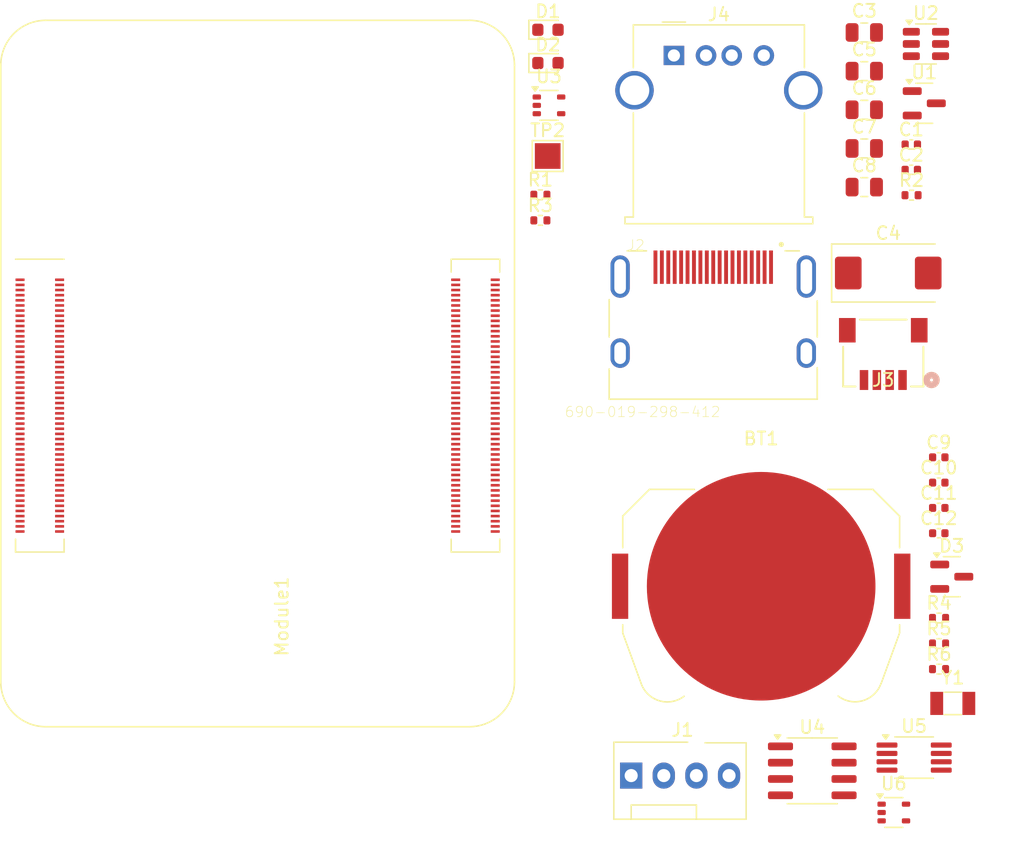
<source format=kicad_pcb>
(kicad_pcb (version 20240108) (generator "pcbnew") (generator_version "8.0")
  (layers (0 "F.Cu" signal) (31 "B.Cu" signal) (34 "B.Paste" user) (35 "F.Paste" user) (36 "B.SilkS" user "B.Silkscreen") (37 "F.SilkS" user "F.Silkscreen") (38 "B.Mask" user) (39 "F.Mask" user) (44 "Edge.Cuts" user))
  (net 0 "")
  (net 1 "GND")
  (net 2 "Net-(BT1-+)")
  (net 3 "/+5V")
  (net 4 "/Connectors/HDMI_5v")
  (net 5 "/Connectors/VBUS")
  (net 6 "Net-(U4-VDD)")
  (net 7 "/+3.3V")
  (net 8 "/RTC/nRTC_INT")
  (net 9 "Net-(C12-Pad1)")
  (net 10 "Net-(D1-K)")
  (net 11 "Net-(D2-K)")
  (net 12 "Net-(J1-Pin_3)")
  (net 13 "Net-(J1-Pin_4)")
  (net 15 "/CM4 Module/HDMI0_SDA")
  (net 16 "/CM4 Module/HDMI0_D0_P")
  (net 17 "/CM4 Module/HDMI0_CEC")
  (net 18 "/CM4 Module/HDMI0_D2_P")
  (net 19 "/CM4 Module/HDMI0_SCL")
  (net 20 "/CM4 Module/HDMI0_HOTPLUG")
  (net 21 "/CM4 Module/HDMI0_D1_N")
  (net 22 "/CM4 Module/HDMI0_D1_P")
  (net 23 "/CM4 Module/HDMI0_D2_N")
  (net 24 "/CM4 Module/HDMI0_CK_P")
  (net 25 "/CM4 Module/HDMI0_CK_N")
  (net 26 "/CM4 Module/HDMI0_D0_N")
  (net 27 "/CM4 Module/SDA1")
  (net 28 "/CM4 Module/SDC1")
  (net 29 "/CM4 Module/USB2_N")
  (net 30 "/CM4 Module/USB2_P")
  (net 90 "/RTC/SDA")
  (net 124 "Net-(Module1A-PI_nLED_Activity)")
  (net 144 "/RTC/GLOBAL_EN")
  (net 149 "/CM4 Module/nPWR_LED")
  (net 153 "/RTC/SCL")
  (net 154 "Net-(U2-ILIM)")
  (net 155 "Net-(R3-Pad2)")
  (net 157 "Net-(U4-OSCO)")
  (net 159 "Net-(U4-OSCI)")
  (footprint "Capacitor_SMD:C_0805_2012Metric" (layer "F.Cu") (at 161.0075 45.565)
    (property "Reference" "C3" (at 0 -1.68 0) (layer "F.SilkS"))
    (property "Value" "10u")
    (pad "1" smd roundrect (at -0.95 0) (size 1 1.45) (layers "F.Cu" "F.Paste" "F.Mask") (net 3 "/+5V"))
    (pad "2" smd roundrect (at 0.95 0) (size 1 1.45) (layers "F.Cu" "F.Paste" "F.Mask") (net 1 "GND"))
  )
  (footprint "Package_TO_SOT_SMD:SOT-23-6" (layer "F.Cu") (at 165.8075 46.46)
    (property "Reference" "U2" (at 0 -2.4 0) (layer "F.SilkS"))
    (property "Value" "AP22653W6")
    (pad "1" smd roundrect (at -1.1375 -0.95) (size 1.325 0.6) (layers "F.Cu" "F.Paste" "F.Mask") (net 3 "/+5V"))
    (pad "2" smd roundrect (at -1.1375 0) (size 1.325 0.6) (layers "F.Cu" "F.Paste" "F.Mask") (net 1 "GND"))
    (pad "3" smd roundrect (at -1.1375 0.95) (size 1.325 0.6) (layers "F.Cu" "F.Paste" "F.Mask") (net 7 "/+3.3V"))
    (pad "4" smd roundrect (at 1.1375 0.95) (size 1.325 0.6) (layers "F.Cu" "F.Paste" "F.Mask"))
    (pad "5" smd roundrect (at 1.1375 0) (size 1.325 0.6) (layers "F.Cu" "F.Paste" "F.Mask") (net 154 "Net-(U2-ILIM)"))
    (pad "6" smd roundrect (at 1.1375 -0.95) (size 1.325 0.6) (layers "F.Cu" "F.Paste" "F.Mask") (net 5 "/Connectors/VBUS"))
  )
  (footprint "Capacitor_Tantalum_SMD:CP_EIA-7343-31_Kemet-D" (layer "F.Cu") (at 162.8725 64.295)
    (property "Reference" "C4" (at 0 -3.1 0) (layer "F.SilkS"))
    (property "Value" "100uF")
    (pad "1" smd roundrect (at -3.1125 0) (size 2.075 2.55) (layers "F.Cu" "F.Paste" "F.Mask") (roundrect_rratio 0.120482) (net 5 "/Connectors/VBUS"))
    (pad "2" smd roundrect (at 3.1125 0) (size 2.075 2.55) (layers "F.Cu" "F.Paste" "F.Mask") (roundrect_rratio 0.120482) (net 1 "GND"))
  )
  (footprint "Resistor_SMD:R_0402_1005Metric" (layer "F.Cu") (at 166.8275 95.135)
    (property "Reference" "R6" (at 0 -1.17 0) (layer "F.SilkS"))
    (property "Value" "510K 1%")
    (pad "1" smd roundrect (at -0.51 0) (size 0.54 0.64) (layers "F.Cu" "F.Paste" "F.Mask") (net 9 "Net-(C12-Pad1)"))
    (pad "2" smd roundrect (at 0.51 0) (size 0.54 0.64) (layers "F.Cu" "F.Paste" "F.Mask") (net 3 "/+5V"))
  )
  (footprint "QT_PY:CONN_SM04B-SRSS-TB_JST" (layer "F.Cu") (at 162.4852 70.5267)
    (property "Reference" "J3" (at 0 2.0985 0) (layer "F.SilkS"))
    (property "Value" "SM04B-SRSS-TB")
    (pad "1" smd rect (at 1.5 2.0985) (size 0.6604 1.5494) (layers "F.Cu" "F.Paste" "F.Mask") (net 1 "GND"))
    (pad "2" smd rect (at 0.499999 2.0985) (size 0.6604 1.5494) (layers "F.Cu" "F.Paste" "F.Mask") (net 7 "/+3.3V"))
    (pad "3" smd rect (at -0.499999 2.0985) (size 0.6604 1.5494) (layers "F.Cu" "F.Paste" "F.Mask") (net 27 "/CM4 Module/SDA1"))
    (pad "4" smd rect (at -1.5 2.0985) (size 0.6604 1.5494) (layers "F.Cu" "F.Paste" "F.Mask") (net 28 "/CM4 Module/SDC1"))
    (pad "5" smd rect (at -2.799999 -1.776501 90) (size 1.905 1.2954) (layers "F.Cu" "F.Paste" "F.Mask"))
    (pad "6" smd rect (at 2.799999 -1.776501 90) (size 1.905 1.2954) (layers "F.Cu" "F.Paste" "F.Mask"))
  )
  (footprint "Package_SO:SOIC-8_3.9x4.9mm_P1.27mm" (layer "F.Cu") (at 156.9575 103.055)
    (property "Reference" "U4" (at 0 -3.4 0) (layer "F.SilkS"))
    (property "Value" "PCF85063AT/AAZ")
    (pad "1" smd roundrect (at -2.475 -1.905) (size 1.95 0.6) (layers "F.Cu" "F.Paste" "F.Mask") (net 159 "Net-(U4-OSCI)"))
    (pad "2" smd roundrect (at -2.475 -0.635) (size 1.95 0.6) (layers "F.Cu" "F.Paste" "F.Mask") (net 157 "Net-(U4-OSCO)"))
    (pad "3" smd roundrect (at -2.475 0.635) (size 1.95 0.6) (layers "F.Cu" "F.Paste" "F.Mask") (net 8 "/RTC/nRTC_INT"))
    (pad "4" smd roundrect (at -2.475 1.905) (size 1.95 0.6) (layers "F.Cu" "F.Paste" "F.Mask") (net 1 "GND"))
    (pad "5" smd roundrect (at 2.475 1.905) (size 1.95 0.6) (layers "F.Cu" "F.Paste" "F.Mask") (net 90 "/RTC/SDA"))
    (pad "6" smd roundrect (at 2.475 0.635) (size 1.95 0.6) (layers "F.Cu" "F.Paste" "F.Mask") (net 153 "/RTC/SCL"))
    (pad "7" smd roundrect (at 2.475 -0.635) (size 1.95 0.6) (layers "F.Cu" "F.Paste" "F.Mask"))
    (pad "8" smd roundrect (at 2.475 -1.905) (size 1.95 0.6) (layers "F.Cu" "F.Paste" "F.Mask") (net 6 "Net-(U4-VDD)"))
  )
  (footprint "Capacitor_SMD:C_0402_1005Metric" (layer "F.Cu") (at 166.8075 82.585)
    (property "Reference" "C11" (at 0 -1.16 0) (layer "F.SilkS"))
    (property "Value" "100n")
    (pad "1" smd roundrect (at -0.48 0) (size 0.56 0.62) (layers "F.Cu" "F.Paste" "F.Mask") (net 3 "/+5V"))
    (pad "2" smd roundrect (at 0.48 0) (size 0.56 0.62) (layers "F.Cu" "F.Paste" "F.Mask") (net 1 "GND"))
  )
  (footprint "LED_SMD:LED_0603_1608Metric" (layer "F.Cu") (at 136.3775 45.355)
    (property "Reference" "D1" (at 0 -1.43 0) (layer "F.SilkS"))
    (property "Value" "LED Green")
    (pad "1" smd roundrect (at -0.7875 0) (size 0.875 0.95) (layers "F.Cu" "F.Paste" "F.Mask") (net 10 "Net-(D1-K)"))
    (pad "2" smd roundrect (at 0.7875 0) (size 0.875 0.95) (layers "F.Cu" "F.Paste" "F.Mask") (net 7 "/+3.3V"))
  )
  (footprint "Capacitor_SMD:C_0402_1005Metric" (layer "F.Cu") (at 164.6675 56.255)
    (property "Reference" "C2" (at 0 -1.16 0) (layer "F.SilkS"))
    (property "Value" "100n")
    (pad "1" smd roundrect (at -0.48 0) (size 0.56 0.62) (layers "F.Cu" "F.Paste" "F.Mask") (net 4 "/Connectors/HDMI_5v"))
    (pad "2" smd roundrect (at 0.48 0) (size 0.56 0.62) (layers "F.Cu" "F.Paste" "F.Mask") (net 1 "GND"))
  )
  (footprint "Capacitor_SMD:C_0402_1005Metric" (layer "F.Cu") (at 166.8075 84.555)
    (property "Reference" "C12" (at 0 -1.16 0) (layer "F.SilkS"))
    (property "Value" "100n")
    (pad "1" smd roundrect (at -0.48 0) (size 0.56 0.62) (layers "F.Cu" "F.Paste" "F.Mask") (net 9 "Net-(C12-Pad1)"))
    (pad "2" smd roundrect (at 0.48 0) (size 0.56 0.62) (layers "F.Cu" "F.Paste" "F.Mask") (net 8 "/RTC/nRTC_INT"))
  )
  (footprint "Resistor_SMD:R_0402_1005Metric" (layer "F.Cu") (at 135.7875 60.195)
    (property "Reference" "R3" (at 0 -1.17 0) (layer "F.SilkS"))
    (property "Value" "1k")
    (pad "1" smd roundrect (at -0.51 0) (size 0.54 0.64) (layers "F.Cu" "F.Paste" "F.Mask") (net 11 "Net-(D2-K)"))
    (pad "2" smd roundrect (at 0.51 0) (size 0.54 0.64) (layers "F.Cu" "F.Paste" "F.Mask") (net 155 "Net-(R3-Pad2)"))
  )
  (footprint "Package_TO_SOT_SMD:SOT-23" (layer "F.Cu") (at 165.6775 51.08)
    (property "Reference" "U1" (at 0 -2.4 0) (layer "F.SilkS"))
    (property "Value" "RT9742SNGV")
    (pad "1" smd roundrect (at -0.9375 -0.95) (size 1.475 0.6) (layers "F.Cu" "F.Paste" "F.Mask") (net 3 "/+5V"))
    (pad "2" smd roundrect (at -0.9375 0.95) (size 1.475 0.6) (layers "F.Cu" "F.Paste" "F.Mask") (net 4 "/Connectors/HDMI_5v"))
    (pad "3" smd roundrect (at 0.9375 0) (size 1.475 0.6) (layers "F.Cu" "F.Paste" "F.Mask") (net 1 "GND"))
  )
  (footprint "CM4IO:EDAC 690-019-298-412" (layer "F.Cu") (at 149.246 64.57)
    (property "Reference" "J2" (at -6.01142 -2.43939 0) (layer "F.SilkS") (effects (font (size 0.800457 0.800457) (thickness 0.05))))
    (property "Value" "690-019-298-412" (at -5.49916 10.5396 0) (layer "F.SilkS") (effects (font (size 0.801339 0.801339) (thickness 0.05))))
    (pad "1" smd rect (at 4.5 -0.73 90) (size 2.6 0.3) (layers "F.Cu" "F.Paste" "F.Mask") (net 18 "/CM4 Module/HDMI0_D2_P"))
    (pad "2" smd rect (at 4 -0.73 90) (size 2.6 0.3) (layers "F.Cu" "F.Paste" "F.Mask") (net 1 "GND"))
    (pad "3" smd rect (at 3.5 -0.73 90) (size 2.6 0.3) (layers "F.Cu" "F.Paste" "F.Mask") (net 23 "/CM4 Module/HDMI0_D2_N"))
    (pad "4" smd rect (at 3 -0.73 90) (size 2.6 0.3) (layers "F.Cu" "F.Paste" "F.Mask") (net 22 "/CM4 Module/HDMI0_D1_P"))
    (pad "5" smd rect (at 2.5 -0.73 90) (size 2.6 0.3) (layers "F.Cu" "F.Paste" "F.Mask") (net 1 "GND"))
    (pad "6" smd rect (at 2 -0.73 90) (size 2.6 0.3) (layers "F.Cu" "F.Paste" "F.Mask") (net 21 "/CM4 Module/HDMI0_D1_N"))
    (pad "7" smd rect (at 1.5 -0.73 90) (size 2.6 0.3) (layers "F.Cu" "F.Paste" "F.Mask") (net 16 "/CM4 Module/HDMI0_D0_P"))
    (pad "8" smd rect (at 1 -0.73 90) (size 2.6 0.3) (layers "F.Cu" "F.Paste" "F.Mask") (net 1 "GND"))
    (pad "9" smd rect (at 0.5 -0.73 90) (size 2.6 0.3) (layers "F.Cu" "F.Paste" "F.Mask") (net 26 "/CM4 Module/HDMI0_D0_N"))
    (pad "10" smd rect (at 0 -0.73 90) (size 2.6 0.3) (layers "F.Cu" "F.Paste" "F.Mask") (net 24 "/CM4 Module/HDMI0_CK_P"))
    (pad "11" smd rect (at -0.5 -0.73 90) (size 2.6 0.3) (layers "F.Cu" "F.Paste" "F.Mask") (net 1 "GND"))
    (pad "12" smd rect (at -1 -0.73 90) (size 2.6 0.3) (layers "F.Cu" "F.Paste" "F.Mask") (net 25 "/CM4 Module/HDMI0_CK_N"))
    (pad "13" smd rect (at -1.5 -0.73 90) (size 2.6 0.3) (layers "F.Cu" "F.Paste" "F.Mask") (net 17 "/CM4 Module/HDMI0_CEC"))
    (pad "14" smd rect (at -2 -0.73 90) (size 2.6 0.3) (layers "F.Cu" "F.Paste" "F.Mask"))
    (pad "15" smd rect (at -2.5 -0.73 90) (size 2.6 0.3) (layers "F.Cu" "F.Paste" "F.Mask") (net 19 "/CM4 Module/HDMI0_SCL"))
    (pad "16" smd rect (at -3 -0.73 90) (size 2.6 0.3) (layers "F.Cu" "F.Paste" "F.Mask") (net 15 "/CM4 Module/HDMI0_SDA"))
    (pad "17" smd rect (at -3.5 -0.73 90) (size 2.6 0.3) (layers "F.Cu" "F.Paste" "F.Mask") (net 1 "GND"))
    (pad "18" smd rect (at -4 -0.73 90) (size 2.6 0.3) (layers "F.Cu" "F.Paste" "F.Mask") (net 4 "/Connectors/HDMI_5v"))
    (pad "19" smd rect (at -4.5 -0.73 90) (size 2.6 0.3) (layers "F.Cu" "F.Paste" "F.Mask") (net 20 "/CM4 Module/HDMI0_HOTPLUG"))
    (pad "SH1" thru_hole oval (at 7.25 0) (size 1.5 3.3) (drill oval 0.9 2.7) (layers "*.Cu" "*.Mask") (net 1 "GND"))
    (pad "SH2" thru_hole oval (at -7.25 0) (size 1.5 3.3) (drill oval 0.9 2.7) (layers "*.Cu" "*.Mask") (net 1 "GND"))
    (pad "SH3" thru_hole oval (at -7.25 5.96) (size 1.5 2.3) (drill oval 0.9 1.7) (layers "*.Cu" "*.Mask") (net 1 "GND"))
    (pad "SH4" thru_hole oval (at 7.25 5.96) (size 1.5 2.3) (drill oval 0.9 1.7) (layers "*.Cu" "*.Mask") (net 1 "GND"))
  )
  (footprint "Resistor_SMD:R_0402_1005Metric" (layer "F.Cu") (at 166.8275 91.155)
    (property "Reference" "R4" (at 0 -1.17 0) (layer "F.SilkS"))
    (property "Value" "36K 1%")
    (pad "1" smd roundrect (at -0.51 0) (size 0.54 0.64) (layers "F.Cu" "F.Paste" "F.Mask") (net 12 "Net-(J1-Pin_3)"))
    (pad "2" smd roundrect (at 0.51 0) (size 0.54 0.64) (layers "F.Cu" "F.Paste" "F.Mask") (net 7 "/+3.3V"))
  )
  (footprint "Capacitor_SMD:C_0805_2012Metric" (layer "F.Cu") (at 161.0075 48.575)
    (property "Reference" "C5" (at 0 -1.68 0) (layer "F.SilkS"))
    (property "Value" "10u")
    (pad "1" smd roundrect (at -0.95 0) (size 1 1.45) (layers "F.Cu" "F.Paste" "F.Mask") (net 5 "/Connectors/VBUS"))
    (pad "2" smd roundrect (at 0.95 0) (size 1 1.45) (layers "F.Cu" "F.Paste" "F.Mask") (net 1 "GND"))
  )
  (footprint "Package_SO:MSOP-8_3x3mm_P0.65mm" (layer "F.Cu") (at 164.8875 102.025)
    (property "Reference" "U5" (at 0 -2.45 0) (layer "F.SilkS"))
    (property "Value" "EMC2301-1-ACZL-TR")
    (pad "1" smd roundrect (at -2.1125 -0.975) (size 1.625 0.4) (layers "F.Cu" "F.Paste" "F.Mask") (net 90 "/RTC/SDA"))
    (pad "2" smd roundrect (at -2.1125 -0.325) (size 1.625 0.4) (layers "F.Cu" "F.Paste" "F.Mask") (net 153 "/RTC/SCL"))
    (pad "3" smd roundrect (at -2.1125 0.325) (size 1.625 0.4) (layers "F.Cu" "F.Paste" "F.Mask") (net 7 "/+3.3V"))
    (pad "4" smd roundrect (at -2.1125 0.975) (size 1.625 0.4) (layers "F.Cu" "F.Paste" "F.Mask") (net 1 "GND"))
    (pad "5" smd roundrect (at 2.1125 0.975) (size 1.625 0.4) (layers "F.Cu" "F.Paste" "F.Mask") (net 13 "Net-(J1-Pin_4)"))
    (pad "6" smd roundrect (at 2.1125 0.325) (size 1.625 0.4) (layers "F.Cu" "F.Paste" "F.Mask") (net 12 "Net-(J1-Pin_3)"))
    (pad "7" smd roundrect (at 2.1125 -0.325) (size 1.625 0.4) (layers "F.Cu" "F.Paste" "F.Mask"))
    (pad "8" smd roundrect (at 2.1125 -0.975) (size 1.625 0.4) (layers "F.Cu" "F.Paste" "F.Mask"))
  )
  (footprint "Resistor_SMD:R_0402_1005Metric" (layer "F.Cu") (at 135.7875 58.205)
    (property "Reference" "R1" (at 0 -1.17 0) (layer "F.SilkS"))
    (property "Value" "1k")
    (pad "1" smd roundrect (at -0.51 0) (size 0.54 0.64) (layers "F.Cu" "F.Paste" "F.Mask") (net 10 "Net-(D1-K)"))
    (pad "2" smd roundrect (at 0.51 0) (size 0.54 0.64) (layers "F.Cu" "F.Paste" "F.Mask") (net 124 "Net-(Module1A-PI_nLED_Activity)"))
  )
  (footprint "Resistor_SMD:R_0402_1005Metric" (layer "F.Cu") (at 166.8275 93.145)
    (property "Reference" "R5" (at 0 -1.17 0) (layer "F.SilkS"))
    (property "Value" "510K 1%")
    (pad "1" smd roundrect (at -0.51 0) (size 0.54 0.64) (layers "F.Cu" "F.Paste" "F.Mask") (net 8 "/RTC/nRTC_INT"))
    (pad "2" smd roundrect (at 0.51 0) (size 0.54 0.64) (layers "F.Cu" "F.Paste" "F.Mask") (net 3 "/+5V"))
  )
  (footprint "TestPoint:TestPoint_Pad_2.0x2.0mm" (layer "F.Cu") (at 136.3575 55.185)
    (property "Reference" "TP2" (at 0 -1.998 0) (layer "F.SilkS"))
    (property "Value" "TestPoint")
    (pad "1" smd rect (at 0 0) (size 2 2) (layers "F.Cu" "F.Mask") (net 11 "Net-(D2-K)"))
  )
  (footprint "CM4IO:Raspberry-Pi-4-Compute-Module" (layer "F.Cu") (at 97.2725 96.12)
    (property "Reference" "Module1" (at 18.38 -5.08 -90) (layer "F.SilkS"))
    (property "Value" "ComputeModule4")
    (pad "" np_thru_hole circle (at 0 -48) (size 2.7 2.7) (drill 2.7) (layers "*.Cu" "*.Mask") (clearance 1.7))
    (pad "" np_thru_hole circle (at 0 0) (size 2.7 2.7) (drill 2.7) (layers "*.Cu" "*.Mask") (clearance 1.7))
    (pad "" np_thru_hole circle (at 33 -48) (size 2.7 2.7) (drill 2.7) (layers "*.Cu" "*.Mask") (clearance 1.7))
    (pad "" np_thru_hole circle (at 33 0) (size 2.7 2.7) (drill 2.7) (layers "*.Cu" "*.Mask") (clearance 1.7))
    (pad "1" smd rect (at -2 -31.3 270) (size 0.2 0.7) (layers "F.Cu" "F.Paste" "F.Mask") (net 1 "GND"))
    (pad "2" smd rect (at 1.08 -31.3 270) (size 0.2 0.7) (layers "F.Cu" "F.Paste" "F.Mask") (net 1 "GND"))
    (pad "3" smd rect (at -2 -30.9 270) (size 0.2 0.7) (layers "F.Cu" "F.Paste" "F.Mask"))
    (pad "4" smd rect (at 1.08 -30.9 270) (size 0.2 0.7) (layers "F.Cu" "F.Paste" "F.Mask"))
    (pad "5" smd rect (at -2 -30.5 270) (size 0.2 0.7) (layers "F.Cu" "F.Paste" "F.Mask"))
    (pad "6" smd rect (at 1.08 -30.5 270) (size 0.2 0.7) (layers "F.Cu" "F.Paste" "F.Mask"))
    (pad "7" smd rect (at -2 -30.1 270) (size 0.2 0.7) (layers "F.Cu" "F.Paste" "F.Mask") (net 1 "GND"))
    (pad "8" smd rect (at 1.08 -30.1 270) (size 0.2 0.7) (layers "F.Cu" "F.Paste" "F.Mask") (net 1 "GND"))
    (pad "9" smd rect (at -2 -29.7 270) (size 0.2 0.7) (layers "F.Cu" "F.Paste" "F.Mask"))
    (pad "10" smd rect (at 1.08 -29.7 270) (size 0.2 0.7) (layers "F.Cu" "F.Paste" "F.Mask"))
    (pad "11" smd rect (at -2 -29.3 270) (size 0.2 0.7) (layers "F.Cu" "F.Paste" "F.Mask"))
    (pad "12" smd rect (at 1.08 -29.3 270) (size 0.2 0.7) (layers "F.Cu" "F.Paste" "F.Mask"))
    (pad "13" smd rect (at -2 -28.9 270) (size 0.2 0.7) (layers "F.Cu" "F.Paste" "F.Mask") (net 1 "GND"))
    (pad "14" smd rect (at 1.08 -28.9 270) (size 0.2 0.7) (layers "F.Cu" "F.Paste" "F.Mask") (net 1 "GND"))
    (pad "15" smd rect (at -2 -28.5 270) (size 0.2 0.7) (layers "F.Cu" "F.Paste" "F.Mask"))
    (pad "16" smd rect (at 1.08 -28.5 270) (size 0.2 0.7) (layers "F.Cu" "F.Paste" "F.Mask"))
    (pad "17" smd rect (at -2 -28.1 270) (size 0.2 0.7) (layers "F.Cu" "F.Paste" "F.Mask"))
    (pad "18" smd rect (at 1.08 -28.1 270) (size 0.2 0.7) (layers "F.Cu" "F.Paste" "F.Mask"))
    (pad "19" smd rect (at -2 -27.7 270) (size 0.2 0.7) (layers "F.Cu" "F.Paste" "F.Mask"))
    (pad "20" smd rect (at 1.08 -27.7 270) (size 0.2 0.7) (layers "F.Cu" "F.Paste" "F.Mask"))
    (pad "21" smd rect (at -2 -27.3 270) (size 0.2 0.7) (layers "F.Cu" "F.Paste" "F.Mask") (net 124 "Net-(Module1A-PI_nLED_Activity)"))
    (pad "22" smd rect (at 1.08 -27.3 270) (size 0.2 0.7) (layers "F.Cu" "F.Paste" "F.Mask") (net 1 "GND"))
    (pad "23" smd rect (at -2 -26.9 270) (size 0.2 0.7) (layers "F.Cu" "F.Paste" "F.Mask") (net 1 "GND"))
    (pad "24" smd rect (at 1.08 -26.9 270) (size 0.2 0.7) (layers "F.Cu" "F.Paste" "F.Mask"))
    (pad "25" smd rect (at -2 -26.5 270) (size 0.2 0.7) (layers "F.Cu" "F.Paste" "F.Mask"))
    (pad "26" smd rect (at 1.08 -26.5 270) (size 0.2 0.7) (layers "F.Cu" "F.Paste" "F.Mask"))
    (pad "27" smd rect (at -2 -26.1 270) (size 0.2 0.7) (layers "F.Cu" "F.Paste" "F.Mask"))
    (pad "28" smd rect (at 1.08 -26.1 270) (size 0.2 0.7) (layers "F.Cu" "F.Paste" "F.Mask"))
    (pad "29" smd rect (at -2 -25.7 270) (size 0.2 0.7) (layers "F.Cu" "F.Paste" "F.Mask"))
    (pad "30" smd rect (at 1.08 -25.7 270) (size 0.2 0.7) (layers "F.Cu" "F.Paste" "F.Mask"))
    (pad "31" smd rect (at -2 -25.3 270) (size 0.2 0.7) (layers "F.Cu" "F.Paste" "F.Mask"))
    (pad "32" smd rect (at 1.08 -25.3 270) (size 0.2 0.7) (layers "F.Cu" "F.Paste" "F.Mask") (net 1 "GND"))
    (pad "33" smd rect (at -2 -24.9 270) (size 0.2 0.7) (layers "F.Cu" "F.Paste" "F.Mask") (net 1 "GND"))
    (pad "34" smd rect (at 1.08 -24.9 270) (size 0.2 0.7) (layers "F.Cu" "F.Paste" "F.Mask"))
    (pad "35" smd rect (at -2 -24.5 270) (size 0.2 0.7) (layers "F.Cu" "F.Paste" "F.Mask"))
    (pad "36" smd rect (at 1.08 -24.5 270) (size 0.2 0.7) (layers "F.Cu" "F.Paste" "F.Mask"))
    (pad "37" smd rect (at -2 -24.1 270) (size 0.2 0.7) (layers "F.Cu" "F.Paste" "F.Mask"))
    (pad "38" smd rect (at 1.08 -24.1 270) (size 0.2 0.7) (layers "F.Cu" "F.Paste" "F.Mask"))
    (pad "39" smd rect (at -2 -23.7 270) (size 0.2 0.7) (layers "F.Cu" "F.Paste" "F.Mask"))
    (pad "40" smd rect (at 1.08 -23.7 270) (size 0.2 0.7) (layers "F.Cu" "F.Paste" "F.Mask"))
    (pad "41" smd rect (at -2 -23.3 270) (size 0.2 0.7) (layers "F.Cu" "F.Paste" "F.Mask"))
    (pad "42" smd rect (at 1.08 -23.3 270) (size 0.2 0.7) (layers "F.Cu" "F.Paste" "F.Mask") (net 1 "GND"))
    (pad "43" smd rect (at -2 -22.9 270) (size 0.2 0.7) (layers "F.Cu" "F.Paste" "F.Mask") (net 1 "GND"))
    (pad "44" smd rect (at 1.08 -22.9 270) (size 0.2 0.7) (layers "F.Cu" "F.Paste" "F.Mask"))
    (pad "45" smd rect (at -2 -22.5 270) (size 0.2 0.7) (layers "F.Cu" "F.Paste" "F.Mask"))
    (pad "46" smd rect (at 1.08 -22.5 270) (size 0.2 0.7) (layers "F.Cu" "F.Paste" "F.Mask"))
    (pad "47" smd rect (at -2 -22.1 270) (size 0.2 0.7) (layers "F.Cu" "F.Paste" "F.Mask"))
    (pad "48" smd rect (at 1.08 -22.1 270) (size 0.2 0.7) (layers "F.Cu" "F.Paste" "F.Mask"))
    (pad "49" smd rect (at -2 -21.7 270) (size 0.2 0.7) (layers "F.Cu" "F.Paste" "F.Mask"))
    (pad "50" smd rect (at 1.08 -21.7 270) (size 0.2 0.7) (layers "F.Cu" "F.Paste" "F.Mask"))
    (pad "51" smd rect (at -2 -21.3 270) (size 0.2 0.7) (layers "F.Cu" "F.Paste" "F.Mask"))
    (pad "52" smd rect (at 1.08 -21.3 270) (size 0.2 0.7) (layers "F.Cu" "F.Paste" "F.Mask") (net 1 "GND"))
    (pad "53" smd rect (at -2 -20.9 270) (size 0.2 0.7) (layers "F.Cu" "F.Paste" "F.Mask") (net 1 "GND"))
    (pad "54" smd rect (at 1.08 -20.9 270) (size 0.2 0.7) (layers "F.Cu" "F.Paste" "F.Mask"))
    (pad "55" smd rect (at -2 -20.5 270) (size 0.2 0.7) (layers "F.Cu" "F.Paste" "F.Mask"))
    (pad "56" smd rect (at 1.08 -20.5 270) (size 0.2 0.7) (layers "F.Cu" "F.Paste" "F.Mask") (net 28 "/CM4 Module/SDC1"))
    (pad "57" smd rect (at -2 -20.1 270) (size 0.2 0.7) (layers "F.Cu" "F.Paste" "F.Mask"))
    (pad "58" smd rect (at 1.08 -20.1 270) (size 0.2 0.7) (layers "F.Cu" "F.Paste" "F.Mask") (net 27 "/CM4 Module/SDA1"))
    (pad "59" smd rect (at -2 -19.7 270) (size 0.2 0.7) (layers "F.Cu" "F.Paste" "F.Mask") (net 1 "GND"))
    (pad "60" smd rect (at 1.08 -19.7 270) (size 0.2 0.7) (layers "F.Cu" "F.Paste" "F.Mask") (net 1 "GND"))
    (pad "61" smd rect (at -2 -19.3 270) (size 0.2 0.7) (layers "F.Cu" "F.Paste" "F.Mask"))
    (pad "62" smd rect (at 1.08 -19.3 270) (size 0.2 0.7) (layers "F.Cu" "F.Paste" "F.Mask"))
    (pad "63" smd rect (at -2 -18.9 270) (size 0.2 0.7) (layers "F.Cu" "F.Paste" "F.Mask"))
    (pad "64" smd rect (at 1.08 -18.9 270) (size 0.2 0.7) (layers "F.Cu" "F.Paste" "F.Mask"))
    (pad "65" smd rect (at -2 -18.5 270) (size 0.2 0.7) (layers "F.Cu" "F.Paste" "F.Mask") (net 1 "GND"))
    (pad "66" smd rect (at 1.08 -18.5 270) (size 0.2 0.7) (layers "F.Cu" "F.Paste" "F.Mask") (net 1 "GND"))
    (pad "67" smd rect (at -2 -18.1 270) (size 0.2 0.7) (layers "F.Cu" "F.Paste" "F.Mask"))
    (pad "68" smd rect (at 1.08 -18.1 270) (size 0.2 0.7) (layers "F.Cu" "F.Paste" "F.Mask"))
    (pad "69" smd rect (at -2 -17.7 270) (size 0.2 0.7) (layers "F.Cu" "F.Paste" "F.Mask"))
    (pad "70" smd rect (at 1.08 -17.7 270) (size 0.2 0.7) (layers "F.Cu" "F.Paste" "F.Mask"))
    (pad "71" smd rect (at -2 -17.3 270) (size 0.2 0.7) (layers "F.Cu" "F.Paste" "F.Mask") (net 1 "GND"))
    (pad "72" smd rect (at 1.08 -17.3 270) (size 0.2 0.7) (layers "F.Cu" "F.Paste" "F.Mask"))
    (pad "73" smd rect (at -2 -16.9 270) (size 0.2 0.7) (layers "F.Cu" "F.Paste" "F.Mask"))
    (pad "74" smd rect (at 1.08 -16.9 270) (size 0.2 0.7) (layers "F.Cu" "F.Paste" "F.Mask") (net 1 "GND"))
    (pad "75" smd rect (at -2 -16.5 270) (size 0.2 0.7) (layers "F.Cu" "F.Paste" "F.Mask"))
    (pad "76" smd rect (at 1.08 -16.5 270) (size 0.2 0.7) (layers "F.Cu" "F.Paste" "F.Mask"))
    (pad "77" smd rect (at -2 -16.1 270) (size 0.2 0.7) (layers "F.Cu" "F.Paste" "F.Mask") (net 3 "/+5V"))
    (pad "78" smd rect (at 1.08 -16.1 270) (size 0.2 0.7) (layers "F.Cu" "F.Paste" "F.Mask") (net 7 "/+3.3V"))
    (pad "79" smd rect (at -2 -15.7 270) (size 0.2 0.7) (layers "F.Cu" "F.Paste" "F.Mask") (net 3 "/+5V"))
    (pad "80" smd rect (at 1.08 -15.7 270) (size 0.2 0.7) (layers "F.Cu" "F.Paste" "F.Mask") (net 153 "/RTC/SCL"))
    (pad "81" smd rect (at -2 -15.3 270) (size 0.2 0.7) (layers "F.Cu" "F.Paste" "F.Mask") (net 3 "/+5V"))
    (pad "82" smd rect (at 1.08 -15.3 270) (size 0.2 0.7) (layers "F.Cu" "F.Paste" "F.Mask") (net 90 "/RTC/SDA"))
    (pad "83" smd rect (at -2 -14.9 270) (size 0.2 0.7) (layers "F.Cu" "F.Paste" "F.Mask") (net 3 "/+5V"))
    (pad "84" smd rect (at 1.08 -14.9 270) (size 0.2 0.7) (layers "F.Cu" "F.Paste" "F.Mask") (net 7 "/+3.3V"))
    (pad "85" smd rect (at -2 -14.5 270) (size 0.2 0.7) (layers "F.Cu" "F.Paste" "F.Mask") (net 3 "/+5V"))
    (pad "86" smd rect (at 1.08 -14.5 270) (size 0.2 0.7) (layers "F.Cu" "F.Paste" "F.Mask") (net 7 "/+3.3V"))
    (pad "87" smd rect (at -2 -14.1 270) (size 0.2 0.7) (layers "F.Cu" "F.Paste" "F.Mask") (net 3 "/+5V"))
    (pad "88" smd rect (at 1.08 -14.1 270) (size 0.2 0.7) (layers "F.Cu" "F.Paste" "F.Mask"))
    (pad "89" smd rect (at -2 -13.7 270) (size 0.2 0.7) (layers "F.Cu" "F.Paste" "F.Mask"))
    (pad "90" smd rect (at 1.08 -13.7 270) (size 0.2 0.7) (layers "F.Cu" "F.Paste" "F.Mask"))
    (pad "91" smd rect (at -2 -13.3 270) (size 0.2 0.7) (layers "F.Cu" "F.Paste" "F.Mask"))
    (pad "92" smd rect (at 1.08 -13.3 270) (size 0.2 0.7) (layers "F.Cu" "F.Paste" "F.Mask"))
    (pad "93" smd rect (at -2 -12.9 270) (size 0.2 0.7) (layers "F.Cu" "F.Paste" "F.Mask"))
    (pad "94" smd rect (at 1.08 -12.9 270) (size 0.2 0.7) (layers "F.Cu" "F.Paste" "F.Mask"))
    (pad "95" smd rect (at -2 -12.5 270) (size 0.2 0.7) (layers "F.Cu" "F.Paste" "F.Mask") (net 149 "/CM4 Module/nPWR_LED"))
    (pad "96" smd rect (at 1.08 -12.5 270) (size 0.2 0.7) (layers "F.Cu" "F.Paste" "F.Mask"))
    (pad "97" smd rect (at -2 -12.1 270) (size 0.2 0.7) (layers "F.Cu" "F.Paste" "F.Mask"))
    (pad "98" smd rect (at 1.08 -12.1 270) (size 0.2 0.7) (layers "F.Cu" "F.Paste" "F.Mask") (net 1 "GND"))
    (pad "99" smd rect (at -2 -11.7 270) (size 0.2 0.7) (layers "F.Cu" "F.Paste" "F.Mask") (net 144 "/RTC/GLOBAL_EN"))
    (pad "100" smd rect (at 1.08 -11.7 270) (size 0.2 0.7) (layers "F.Cu" "F.Paste" "F.Mask"))
    (pad "101" smd rect (at 31.92 -31.3 270) (size 0.2 0.7) (layers "F.Cu" "F.Paste" "F.Mask") (net 1 "GND"))
    (pad "102" smd rect (at 35 -31.3 270) (size 0.2 0.7) (layers "F.Cu" "F.Paste" "F.Mask"))
    (pad "103" smd rect (at 31.92 -30.9 270) (size 0.2 0.7) (layers "F.Cu" "F.Paste" "F.Mask") (net 29 "/CM4 Module/USB2_N"))
    (pad "104" smd rect (at 35 -30.9 270) (size 0.2 0.7) (layers "F.Cu" "F.Paste" "F.Mask"))
    (pad "105" smd rect (at 31.92 -30.5 270) (size 0.2 0.7) (layers "F.Cu" "F.Paste" "F.Mask") (net 30 "/CM4 Module/USB2_P"))
    (pad "106" smd rect (at 35 -30.5 270) (size 0.2 0.7) (layers "F.Cu" "F.Paste" "F.Mask"))
    (pad "107" smd rect (at 31.92 -30.1 270) (size 0.2 0.7) (layers "F.Cu" "F.Paste" "F.Mask") (net 1 "GND"))
    (pad "108" smd rect (at 35 -30.1 270) (size 0.2 0.7) (layers "F.Cu" "F.Paste" "F.Mask") (net 1 "GND"))
    (pad "109" smd rect (at 31.92 -29.7 270) (size 0.2 0.7) (layers "F.Cu" "F.Paste" "F.Mask"))
    (pad "110" smd rect (at 35 -29.7 270) (size 0.2 0.7) (layers "F.Cu" "F.Paste" "F.Mask"))
    (pad "111" smd rect (at 31.92 -29.3 270) (size 0.2 0.7) (layers "F.Cu" "F.Paste" "F.Mask"))
    (pad "112" smd rect (at 35 -29.3 270) (size 0.2 0.7) (layers "F.Cu" "F.Paste" "F.Mask"))
    (pad "113" smd rect (at 31.92 -28.9 270) (size 0.2 0.7) (layers "F.Cu" "F.Paste" "F.Mask") (net 1 "GND"))
    (pad "114" smd rect (at 35 -28.9 270) (size 0.2 0.7) (layers "F.Cu" "F.Paste" "F.Mask") (net 1 "GND"))
    (pad "115" smd rect (at 31.92 -28.5 270) (size 0.2 0.7) (layers "F.Cu" "F.Paste" "F.Mask"))
    (pad "116" smd rect (at 35 -28.5 270) (size 0.2 0.7) (layers "F.Cu" "F.Paste" "F.Mask"))
    (pad "117" smd rect (at 31.92 -28.1 270) (size 0.2 0.7) (layers "F.Cu" "F.Paste" "F.Mask"))
    (pad "118" smd rect (at 35 -28.1 270) (size 0.2 0.7) (layers "F.Cu" "F.Paste" "F.Mask"))
    (pad "119" smd rect (at 31.92 -27.7 270) (size 0.2 0.7) (layers "F.Cu" "F.Paste" "F.Mask") (net 1 "GND"))
    (pad "120" smd rect (at 35 -27.7 270) (size 0.2 0.7) (layers "F.Cu" "F.Paste" "F.Mask") (net 1 "GND"))
    (pad "121" smd rect (at 31.92 -27.3 270) (size 0.2 0.7) (layers "F.Cu" "F.Paste" "F.Mask"))
    (pad "122" smd rect (at 35 -27.3 270) (size 0.2 0.7) (layers "F.Cu" "F.Paste" "F.Mask"))
    (pad "123" smd rect (at 31.92 -26.9 270) (size 0.2 0.7) (layers "F.Cu" "F.Paste" "F.Mask"))
    (pad "124" smd rect (at 35 -26.9 270) (size 0.2 0.7) (layers "F.Cu" "F.Paste" "F.Mask"))
    (pad "125" smd rect (at 31.92 -26.5 270) (size 0.2 0.7) (layers "F.Cu" "F.Paste" "F.Mask") (net 1 "GND"))
    (pad "126" smd rect (at 35 -26.5 270) (size 0.2 0.7) (layers "F.Cu" "F.Paste" "F.Mask") (net 1 "GND"))
    (pad "127" smd rect (at 31.92 -26.1 270) (size 0.2 0.7) (layers "F.Cu" "F.Paste" "F.Mask"))
    (pad "128" smd rect (at 35 -26.1 270) (size 0.2 0.7) (layers "F.Cu" "F.Paste" "F.Mask"))
    (pad "129" smd rect (at 31.92 -25.7 270) (size 0.2 0.7) (layers "F.Cu" "F.Paste" "F.Mask"))
    (pad "130" smd rect (at 35 -25.7 270) (size 0.2 0.7) (layers "F.Cu" "F.Paste" "F.Mask"))
    (pad "131" smd rect (at 31.92 -25.3 270) (size 0.2 0.7) (layers "F.Cu" "F.Paste" "F.Mask") (net 1 "GND"))
    (pad "132" smd rect (at 35 -25.3 270) (size 0.2 0.7) (layers "F.Cu" "F.Paste" "F.Mask") (net 1 "GND"))
    (pad "133" smd rect (at 31.92 -24.9 270) (size 0.2 0.7) (layers "F.Cu" "F.Paste" "F.Mask"))
    (pad "134" smd rect (at 35 -24.9 270) (size 0.2 0.7) (layers "F.Cu" "F.Paste" "F.Mask"))
    (pad "135" smd rect (at 31.92 -24.5 270) (size 0.2 0.7) (layers "F.Cu" "F.Paste" "F.Mask"))
    (pad "136" smd rect (at 35 -24.5 270) (size 0.2 0.7) (layers "F.Cu" "F.Paste" "F.Mask"))
    (pad "137" smd rect (at 31.92 -24.1 270) (size 0.2 0.7) (layers "F.Cu" "F.Paste" "F.Mask") (net 1 "GND"))
    (pad "138" smd rect (at 35 -24.1 270) (size 0.2 0.7) (layers "F.Cu" "F.Paste" "F.Mask") (net 1 "GND"))
    (pad "139" smd rect (at 31.92 -23.7 270) (size 0.2 0.7) (layers "F.Cu" "F.Paste" "F.Mask"))
    (pad "140" smd rect (at 35 -23.7 270) (size 0.2 0.7) (layers "F.Cu" "F.Paste" "F.Mask"))
    (pad "141" smd rect (at 31.92 -23.3 270) (size 0.2 0.7) (layers "F.Cu" "F.Paste" "F.Mask"))
    (pad "142" smd rect (at 35 -23.3 270) (size 0.2 0.7) (layers "F.Cu" "F.Paste" "F.Mask"))
    (pad "143" smd rect (at 31.92 -22.9 270) (size 0.2 0.7) (layers "F.Cu" "F.Paste" "F.Mask"))
    (pad "144" smd rect (at 35 -22.9 270) (size 0.2 0.7) (layers "F.Cu" "F.Paste" "F.Mask") (net 1 "GND"))
    (pad "145" smd rect (at 31.92 -22.5 270) (size 0.2 0.7) (layers "F.Cu" "F.Paste" "F.Mask"))
    (pad "146" smd rect (at 35 -22.5 270) (size 0.2 0.7) (layers "F.Cu" "F.Paste" "F.Mask"))
    (pad "147" smd rect (at 31.92 -22.1 270) (size 0.2 0.7) (layers "F.Cu" "F.Paste" "F.Mask"))
    (pad "148" smd rect (at 35 -22.1 270) (size 0.2 0.7) (layers "F.Cu" "F.Paste" "F.Mask"))
    (pad "149" smd rect (at 31.92 -21.7 270) (size 0.2 0.7) (layers "F.Cu" "F.Paste" "F.Mask"))
    (pad "150" smd rect (at 35 -21.7 270) (size 0.2 0.7) (layers "F.Cu" "F.Paste" "F.Mask") (net 1 "GND"))
    (pad "151" smd rect (at 31.92 -21.3 270) (size 0.2 0.7) (layers "F.Cu" "F.Paste" "F.Mask") (net 17 "/CM4 Module/HDMI0_CEC"))
    (pad "152" smd rect (at 35 -21.3 270) (size 0.2 0.7) (layers "F.Cu" "F.Paste" "F.Mask"))
    (pad "153" smd rect (at 31.92 -20.9 270) (size 0.2 0.7) (layers "F.Cu" "F.Paste" "F.Mask") (net 20 "/CM4 Module/HDMI0_HOTPLUG"))
    (pad "154" smd rect (at 35 -20.9 270) (size 0.2 0.7) (layers "F.Cu" "F.Paste" "F.Mask"))
    (pad "155" smd rect (at 31.92 -20.5 270) (size 0.2 0.7) (layers "F.Cu" "F.Paste" "F.Mask") (net 1 "GND"))
    (pad "156" smd rect (at 35 -20.5 270) (size 0.2 0.7) (layers "F.Cu" "F.Paste" "F.Mask") (net 1 "GND"))
    (pad "157" smd rect (at 31.92 -20.1 270) (size 0.2 0.7) (layers "F.Cu" "F.Paste" "F.Mask"))
    (pad "158" smd rect (at 35 -20.1 270) (size 0.2 0.7) (layers "F.Cu" "F.Paste" "F.Mask"))
    (pad "159" smd rect (at 31.92 -19.7 270) (size 0.2 0.7) (layers "F.Cu" "F.Paste" "F.Mask"))
    (pad "160" smd rect (at 35 -19.7 270) (size 0.2 0.7) (layers "F.Cu" "F.Paste" "F.Mask"))
    (pad "161" smd rect (at 31.92 -19.3 270) (size 0.2 0.7) (layers "F.Cu" "F.Paste" "F.Mask") (net 1 "GND"))
    (pad "162" smd rect (at 35 -19.3 270) (size 0.2 0.7) (layers "F.Cu" "F.Paste" "F.Mask") (net 1 "GND"))
    (pad "163" smd rect (at 31.92 -18.9 270) (size 0.2 0.7) (layers "F.Cu" "F.Paste" "F.Mask"))
    (pad "164" smd rect (at 35 -18.9 270) (size 0.2 0.7) (layers "F.Cu" "F.Paste" "F.Mask"))
    (pad "165" smd rect (at 31.92 -18.5 270) (size 0.2 0.7) (layers "F.Cu" "F.Paste" "F.Mask"))
    (pad "166" smd rect (at 35 -18.5 270) (size 0.2 0.7) (layers "F.Cu" "F.Paste" "F.Mask"))
    (pad "167" smd rect (at 31.92 -18.1 270) (size 0.2 0.7) (layers "F.Cu" "F.Paste" "F.Mask") (net 1 "GND"))
    (pad "168" smd rect (at 35 -18.1 270) (size 0.2 0.7) (layers "F.Cu" "F.Paste" "F.Mask") (net 1 "GND"))
    (pad "169" smd rect (at 31.92 -17.7 270) (size 0.2 0.7) (layers "F.Cu" "F.Paste" "F.Mask"))
    (pad "170" smd rect (at 35 -17.7 270) (size 0.2 0.7) (layers "F.Cu" "F.Paste" "F.Mask") (net 18 "/CM4 Module/HDMI0_D2_P"))
    (pad "171" smd rect (at 31.92 -17.3 270) (size 0.2 0.7) (layers "F.Cu" "F.Paste" "F.Mask"))
    (pad "172" smd rect (at 35 -17.3 270) (size 0.2 0.7) (layers "F.Cu" "F.Paste" "F.Mask") (net 23 "/CM4 Module/HDMI0_D2_N"))
    (pad "173" smd rect (at 31.92 -16.9 270) (size 0.2 0.7) (layers "F.Cu" "F.Paste" "F.Mask") (net 1 "GND"))
    (pad "174" smd rect (at 35 -16.9 270) (size 0.2 0.7) (layers "F.Cu" "F.Paste" "F.Mask") (net 1 "GND"))
    (pad "175" smd rect (at 31.92 -16.5 270) (size 0.2 0.7) (layers "F.Cu" "F.Paste" "F.Mask"))
    (pad "176" smd rect (at 35 -16.5 270) (size 0.2 0.7) (layers "F.Cu" "F.Paste" "F.Mask") (net 22 "/CM4 Module/HDMI0_D1_P"))
    (pad "177" smd rect (at 31.92 -16.1 270) (size 0.2 0.7) (layers "F.Cu" "F.Paste" "F.Mask"))
    (pad "178" smd rect (at 35 -16.1 270) (size 0.2 0.7) (layers "F.Cu" "F.Paste" "F.Mask") (net 21 "/CM4 Module/HDMI0_D1_N"))
    (pad "179" smd rect (at 31.92 -15.7 270) (size 0.2 0.7) (layers "F.Cu" "F.Paste" "F.Mask") (net 1 "GND"))
    (pad "180" smd rect (at 35 -15.7 270) (size 0.2 0.7) (layers "F.Cu" "F.Paste" "F.Mask") (net 1 "GND"))
    (pad "181" smd rect (at 31.92 -15.3 270) (size 0.2 0.7) (layers "F.Cu" "F.Paste" "F.Mask"))
    (pad "182" smd rect (at 35 -15.3 270) (size 0.2 0.7) (layers "F.Cu" "F.Paste" "F.Mask") (net 16 "/CM4 Module/HDMI0_D0_P"))
    (pad "183" smd rect (at 31.92 -14.9 270) (size 0.2 0.7) (layers "F.Cu" "F.Paste" "F.Mask"))
    (pad "184" smd rect (at 35 -14.9 270) (size 0.2 0.7) (layers "F.Cu" "F.Paste" "F.Mask") (net 26 "/CM4 Module/HDMI0_D0_N"))
    (pad "185" smd rect (at 31.92 -14.5 270) (size 0.2 0.7) (layers "F.Cu" "F.Paste" "F.Mask") (net 1 "GND"))
    (pad "186" smd rect (at 35 -14.5 270) (size 0.2 0.7) (layers "F.Cu" "F.Paste" "F.Mask") (net 1 "GND"))
    (pad "187" smd rect (at 31.92 -14.1 270) (size 0.2 0.7) (layers "F.Cu" "F.Paste" "F.Mask"))
    (pad "188" smd rect (at 35 -14.1 270) (size 0.2 0.7) (layers "F.Cu" "F.Paste" "F.Mask") (net 24 "/CM4 Module/HDMI0_CK_P"))
    (pad "189" smd rect (at 31.92 -13.7 270) (size 0.2 0.7) (layers "F.Cu" "F.Paste" "F.Mask"))
    (pad "190" smd rect (at 35 -13.7 270) (size 0.2 0.7) (layers "F.Cu" "F.Paste" "F.Mask") (net 25 "/CM4 Module/HDMI0_CK_N"))
    (pad "191" smd rect (at 31.92 -13.3 270) (size 0.2 0.7) (layers "F.Cu" "F.Paste" "F.Mask") (net 1 "GND"))
    (pad "192" smd rect (at 35 -13.3 270) (size 0.2 0.7) (layers "F.Cu" "F.Paste" "F.Mask") (net 1 "GND"))
    (pad "193" smd rect (at 31.92 -12.9 270) (size 0.2 0.7) (layers "F.Cu" "F.Paste" "F.Mask"))
    (pad "194" smd rect (at 35 -12.9 270) (size 0.2 0.7) (layers "F.Cu" "F.Paste" "F.Mask"))
    (pad "195" smd rect (at 31.92 -12.5 270) (size 0.2 0.7) (layers "F.Cu" "F.Paste" "F.Mask"))
    (pad "196" smd rect (at 35 -12.5 270) (size 0.2 0.7) (layers "F.Cu" "F.Paste" "F.Mask"))
    (pad "197" smd rect (at 31.92 -12.1 270) (size 0.2 0.7) (layers "F.Cu" "F.Paste" "F.Mask") (net 1 "GND"))
    (pad "198" smd rect (at 35 -12.1 270) (size 0.2 0.7) (layers "F.Cu" "F.Paste" "F.Mask") (net 1 "GND"))
    (pad "199" smd rect (at 31.92 -11.7 270) (size 0.2 0.7) (layers "F.Cu" "F.Paste" "F.Mask") (net 15 "/CM4 Module/HDMI0_SDA"))
    (pad "200" smd rect (at 35 -11.7 270) (size 0.2 0.7) (layers "F.Cu" "F.Paste" "F.Mask") (net 19 "/CM4 Module/HDMI0_SCL"))
  )
  (footprint "Package_TO_SOT_SMD:SOT-23" (layer "F.Cu") (at 167.8175 87.94)
    (property "Reference" "D3" (at 0 -2.4 0) (layer "F.SilkS"))
    (property "Value" "BAT54C-7-F")
    (pad "1" smd roundrect (at -0.9375 -0.95) (size 1.475 0.6) (layers "F.Cu" "F.Paste" "F.Mask") (net 2 "Net-(BT1-+)"))
    (pad "2" smd roundrect (at -0.9375 0.95) (size 1.475 0.6) (layers "F.Cu" "F.Paste" "F.Mask") (net 7 "/+3.3V"))
    (pad "3" smd roundrect (at 0.9375 0) (size 1.475 0.6) (layers "F.Cu" "F.Paste" "F.Mask") (net 6 "Net-(U4-VDD)"))
  )
  (footprint "Connector:FanPinHeader_1x04_P2.54mm_Vertical" (layer "F.Cu") (at 142.8575 103.425)
    (property "Reference" "J1" (at 4 -3.55 0) (layer "F.SilkS"))
    (property "Value" "Molex 470531000")
    (pad "" np_thru_hole circle (at 5.08 -2.16 90) (size 1.1 1.1) (drill 1.1) (layers "*.Cu" "*.Mask"))
    (pad "1" thru_hole rect (at 0 0 90) (size 2.03 1.73) (drill 1.02) (layers "*.Cu" "*.Mask") (net 1 "GND"))
    (pad "2" thru_hole oval (at 2.54 0 90) (size 2.03 1.73) (drill 1.02) (layers "*.Cu" "*.Mask") (net 3 "/+5V"))
    (pad "3" thru_hole oval (at 5.08 0 90) (size 2.03 1.73) (drill 1.02) (layers "*.Cu" "*.Mask") (net 12 "Net-(J1-Pin_3)"))
    (pad "4" thru_hole oval (at 7.62 0 90) (size 2.03 1.73) (drill 1.02) (layers "*.Cu" "*.Mask") (net 13 "Net-(J1-Pin_4)"))
  )
  (footprint "Capacitor_SMD:C_0402_1005Metric" (layer "F.Cu") (at 166.8075 78.645)
    (property "Reference" "C9" (at 0 -1.16 0) (layer "F.SilkS"))
    (property "Value" "100n")
    (pad "1" smd roundrect (at -0.48 0) (size 0.56 0.62) (layers "F.Cu" "F.Paste" "F.Mask") (net 6 "Net-(U4-VDD)"))
    (pad "2" smd roundrect (at 0.48 0) (size 0.56 0.62) (layers "F.Cu" "F.Paste" "F.Mask") (net 1 "GND"))
  )
  (footprint "Battery:BatteryHolder_Keystone_3034_1x20mm" (layer "F.Cu") (at 152.9775 88.683075)
    (property "Reference" "BT1" (at 0 -11.5 0) (layer "F.SilkS"))
    (property "Value" "Battery_Cell")
    (pad "1" smd rect (at -10.985 0) (size 1.27 5.08) (layers "F.Cu" "F.Paste" "F.Mask") (net 2 "Net-(BT1-+)"))
    (pad "1" smd rect (at 10.985 0) (size 1.27 5.08) (layers "F.Cu" "F.Paste" "F.Mask") (net 2 "Net-(BT1-+)"))
    (pad "2" smd circle (at 0 0) (size 17.8 17.8) (layers "F.Cu" "F.Mask") (net 1 "GND"))
  )
  (footprint "LED_SMD:LED_0603_1608Metric" (layer "F.Cu") (at 136.3775 47.945)
    (property "Reference" "D2" (at 0 -1.43 0) (layer "F.SilkS"))
    (property "Value" "LED Red")
    (pad "1" smd roundrect (at -0.7875 0) (size 0.875 0.95) (layers "F.Cu" "F.Paste" "F.Mask") (net 11 "Net-(D2-K)"))
    (pad "2" smd roundrect (at 0.7875 0) (size 0.875 0.95) (layers "F.Cu" "F.Paste" "F.Mask") (net 7 "/+3.3V"))
  )
  (footprint "Capacitor_SMD:C_0805_2012Metric" (layer "F.Cu") (at 161.0075 57.605)
    (property "Reference" "C8" (at 0 -1.68 0) (layer "F.SilkS"))
    (property "Value" "10u")
    (pad "1" smd roundrect (at -0.95 0) (size 1 1.45) (layers "F.Cu" "F.Paste" "F.Mask") (net 5 "/Connectors/VBUS"))
    (pad "2" smd roundrect (at 0.95 0) (size 1 1.45) (layers "F.Cu" "F.Paste" "F.Mask") (net 1 "GND"))
  )
  (footprint "Resistor_SMD:R_0402_1005Metric" (layer "F.Cu") (at 164.6875 58.235)
    (property "Reference" "R2" (at 0 -1.17 0) (layer "F.SilkS"))
    (property "Value" "15K 1%")
    (pad "1" smd roundrect (at -0.51 0) (size 0.54 0.64) (layers "F.Cu" "F.Paste" "F.Mask") (net 154 "Net-(U2-ILIM)"))
    (pad "2" smd roundrect (at 0.51 0) (size 0.54 0.64) (layers "F.Cu" "F.Paste" "F.Mask") (net 1 "GND"))
  )
  (footprint "Package_TO_SOT_SMD:SOT-353_SC-70-5" (layer "F.Cu") (at 163.3075 106.3)
    (property "Reference" "U6" (at 0 -2.25 0) (layer "F.SilkS"))
    (property "Value" "74LVC1G07SE-7")
    (pad "1" smd roundrect (at -0.95 -0.65) (size 0.65 0.4) (layers "F.Cu" "F.Paste" "F.Mask"))
    (pad "2" smd roundrect (at -0.95 0) (size 0.65 0.4) (layers "F.Cu" "F.Paste" "F.Mask") (net 9 "Net-(C12-Pad1)"))
    (pad "3" smd roundrect (at -0.95 0.65) (size 0.65 0.4) (layers "F.Cu" "F.Paste" "F.Mask") (net 1 "GND"))
    (pad "4" smd roundrect (at 0.95 0.65) (size 0.65 0.4) (layers "F.Cu" "F.Paste" "F.Mask") (net 144 "/RTC/GLOBAL_EN"))
    (pad "5" smd roundrect (at 0.95 -0.65) (size 0.65 0.4) (layers "F.Cu" "F.Paste" "F.Mask") (net 3 "/+5V"))
  )
  (footprint "Package_TO_SOT_SMD:SOT-353_SC-70-5" (layer "F.Cu") (at 136.4575 51.24)
    (property "Reference" "U3" (at 0 -2.25 0) (layer "F.SilkS"))
    (property "Value" "74LVC1G07SE-7")
    (pad "1" smd roundrect (at -0.95 -0.65) (size 0.65 0.4) (layers "F.Cu" "F.Paste" "F.Mask"))
    (pad "2" smd roundrect (at -0.95 0) (size 0.65 0.4) (layers "F.Cu" "F.Paste" "F.Mask") (net 149 "/CM4 Module/nPWR_LED"))
    (pad "3" smd roundrect (at -0.95 0.65) (size 0.65 0.4) (layers "F.Cu" "F.Paste" "F.Mask") (net 1 "GND"))
    (pad "4" smd roundrect (at 0.95 0.65) (size 0.65 0.4) (layers "F.Cu" "F.Paste" "F.Mask") (net 155 "Net-(R3-Pad2)"))
    (pad "5" smd roundrect (at 0.95 -0.65) (size 0.65 0.4) (layers "F.Cu" "F.Paste" "F.Mask") (net 7 "/+3.3V"))
  )
  (footprint "Crystal:Crystal_SMD_3215-2Pin_3.2x1.5mm" (layer "F.Cu") (at 167.8975 97.805)
    (property "Reference" "Y1" (at 0 -2 0) (layer "F.SilkS"))
    (property "Value" "X32K768S301")
    (pad "1" smd rect (at 1.25 0) (size 1 1.8) (layers "F.Cu" "F.Paste" "F.Mask") (net 157 "Net-(U4-OSCO)"))
    (pad "2" smd rect (at -1.25 0) (size 1 1.8) (layers "F.Cu" "F.Paste" "F.Mask") (net 159 "Net-(U4-OSCI)"))
  )
  (footprint "Capacitor_SMD:C_0402_1005Metric" (layer "F.Cu") (at 164.6675 54.285)
    (property "Reference" "C1" (at 0 -1.16 0) (layer "F.SilkS"))
    (property "Value" "100n")
    (pad "1" smd roundrect (at -0.48 0) (size 0.56 0.62) (layers "F.Cu" "F.Paste" "F.Mask") (net 3 "/+5V"))
    (pad "2" smd roundrect (at 0.48 0) (size 0.56 0.62) (layers "F.Cu" "F.Paste" "F.Mask") (net 1 "GND"))
  )
  (footprint "Capacitor_SMD:C_0402_1005Metric" (layer "F.Cu") (at 166.8075 80.615)
    (property "Reference" "C10" (at 0 -1.16 0) (layer "F.SilkS"))
    (property "Value" "100n")
    (pad "1" smd roundrect (at -0.48 0) (size 0.56 0.62) (layers "F.Cu" "F.Paste" "F.Mask") (net 7 "/+3.3V"))
    (pad "2" smd roundrect (at 0.48 0) (size 0.56 0.62) (layers "F.Cu" "F.Paste" "F.Mask") (net 1 "GND"))
  )
  (footprint "Capacitor_SMD:C_0805_2012Metric" (layer "F.Cu") (at 161.0075 54.595)
    (property "Reference" "C7" (at 0 -1.68 0) (layer "F.SilkS"))
    (property "Value" "10u")
    (pad "1" smd roundrect (at -0.95 0) (size 1 1.45) (layers "F.Cu" "F.Paste" "F.Mask") (net 5 "/Connectors/VBUS"))
    (pad "2" smd roundrect (at 0.95 0) (size 1 1.45) (layers "F.Cu" "F.Paste" "F.Mask") (net 1 "GND"))
  )
  (footprint "Capacitor_SMD:C_0805_2012Metric" (layer "F.Cu") (at 161.0075 51.585)
    (property "Reference" "C6" (at 0 -1.68 0) (layer "F.SilkS"))
    (property "Value" "10u")
    (pad "1" smd roundrect (at -0.95 0) (size 1 1.45) (layers "F.Cu" "F.Paste" "F.Mask") (net 5 "/Connectors/VBUS"))
    (pad "2" smd roundrect (at 0.95 0) (size 1 1.45) (layers "F.Cu" "F.Paste" "F.Mask") (net 1 "GND"))
  )
  (footprint "Connector_USB:USB_A_Molex_67643_Horizontal" (layer "F.Cu") (at 146.185708 47.355)
    (property "Reference" "J4" (at 3.5 -3.19 0) (layer "F.SilkS"))
    (property "Value" "USB_A")
    (pad "1" thru_hole rect (at 0 0) (size 1.6 1.5) (drill 0.95) (layers "*.Cu" "*.Mask") (net 5 "/Connectors/VBUS"))
    (pad "2" thru_hole circle (at 2.5 0) (size 1.6 1.6) (drill 0.95) (layers "*.Cu" "*.Mask") (net 29 "/CM4 Module/USB2_N"))
    (pad "3" thru_hole circle (at 4.5 0) (size 1.6 1.6) (drill 0.95) (layers "*.Cu" "*.Mask") (net 30 "/CM4 Module/USB2_P"))
    (pad "4" thru_hole circle (at 7 0) (size 1.6 1.6) (drill 0.95) (layers "*.Cu" "*.Mask") (net 1 "GND"))
    (pad "5" thru_hole circle (at -3.07 2.71) (size 3 3) (drill 2.3) (layers "*.Cu" "*.Mask") (net 1 "GND"))
    (pad "5" thru_hole circle (at 10.07 2.71) (size 3 3) (drill 2.3) (layers "*.Cu" "*.Mask") (net 1 "GND"))
  )
)
</source>
